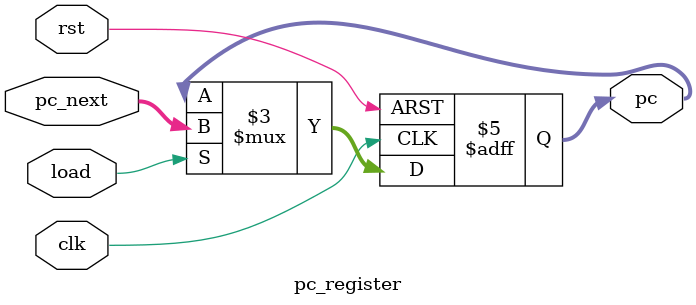
<source format=v>
module pc_register (input [31:0]pc_next,input clk,input rst,input load,output reg[31:0]pc );


always @(posedge clk or negedge rst)
begin 

if (!rst)
pc<='b0;
else if (load)
pc<=pc_next;

end 



endmodule 

</source>
